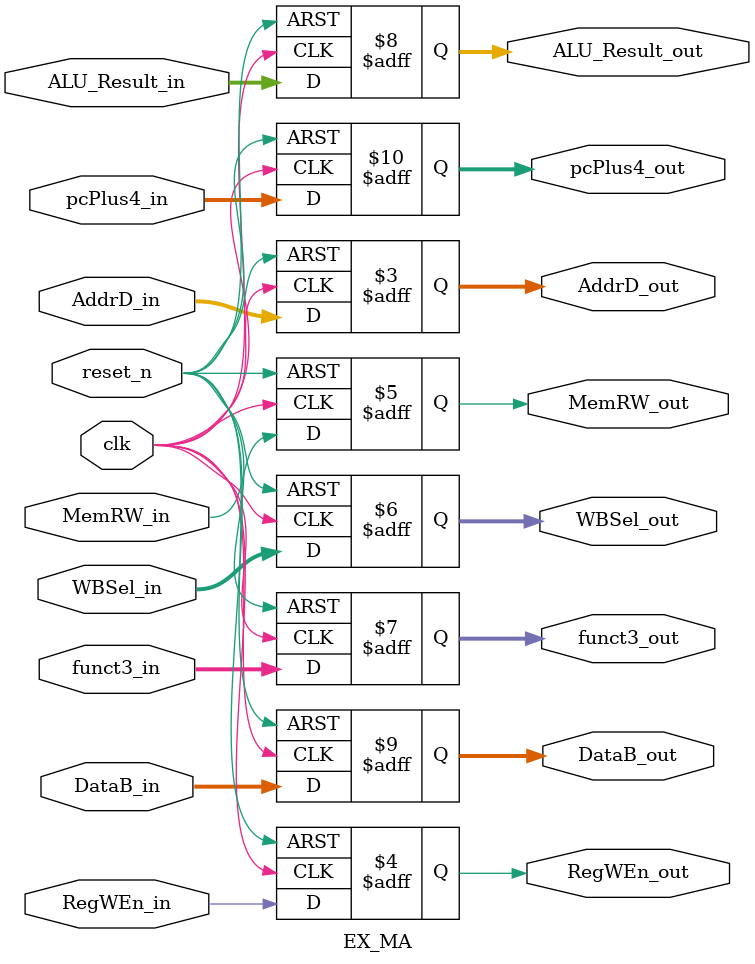
<source format=v>
`timescale 1ns / 1ps

module EX_MA(
    input               clk,reset_n,    
    input [4:0]         AddrD_in,
    input               RegWEn_in, MemRW_in,
    input [1:0]         WBSel_in,
    input [2:0]         funct3_in,
    input [31:0]        ALU_Result_in,
    input [31:0]        DataB_in,
    input [31:0]        pcPlus4_in,
    
    output reg  [4:0]   AddrD_out,
    output reg          RegWEn_out, MemRW_out,
    output reg  [1:0]   WBSel_out,
    output reg  [2:0]   funct3_out,
    output reg  [31:0]  ALU_Result_out,
    output reg  [31:0]  DataB_out,
    output reg  [31:0]  pcPlus4_out);
    
    always @(posedge clk or negedge reset_n) begin
        if(!reset_n) begin
            AddrD_out     <= 0;
            RegWEn_out    <= 0;
            MemRW_out     <= 0;
            WBSel_out     <= 0;
            funct3_out    <= 0;
            ALU_Result_out<= 0;
            DataB_out     <= 0;
            pcPlus4_out   <= 0;
        end
        else begin
            AddrD_out     <= AddrD_in;
            RegWEn_out    <= RegWEn_in;
            MemRW_out     <= MemRW_in;
            WBSel_out     <= WBSel_in;
            funct3_out    <= funct3_in;
            ALU_Result_out<= ALU_Result_in;
            DataB_out     <= DataB_in;
            pcPlus4_out   <= pcPlus4_in;                                
        end
    end
endmodule

</source>
